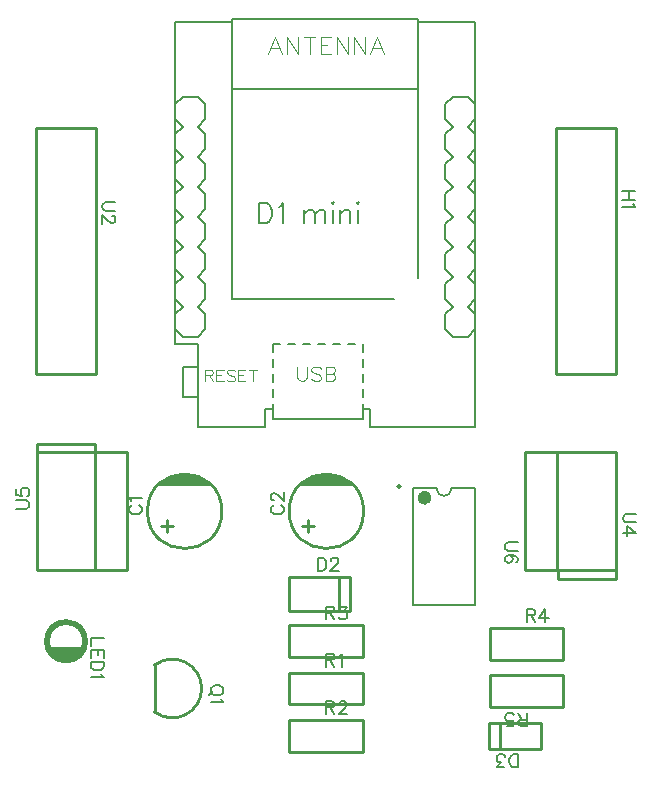
<source format=gto>
G04 Layer: TopSilkscreenLayer*
G04 EasyEDA v6.5.23, 2023-06-23 23:10:11*
G04 1e2d741d03b145c09d046448db4ed045,57889503967a4714bf52c07adae62c9a,10*
G04 Gerber Generator version 0.2*
G04 Scale: 100 percent, Rotated: No, Reflected: No *
G04 Dimensions in millimeters *
G04 leading zeros omitted , absolute positions ,4 integer and 5 decimal *
%FSLAX45Y45*%
%MOMM*%

%ADD10C,0.1219*%
%ADD11C,0.1422*%
%ADD12C,0.0813*%
%ADD13C,0.1016*%
%ADD14C,0.1524*%
%ADD15C,0.1270*%
%ADD16C,0.2540*%
%ADD17C,0.2000*%
%ADD18C,0.2500*%
%ADD19C,0.6000*%
%ADD20C,0.0120*%

%LPD*%
D10*
X2969199Y8218170D02*
G01*
X2913827Y8072881D01*
X2969199Y8218170D02*
G01*
X3024571Y8072881D01*
X2934655Y8121395D02*
G01*
X3003997Y8121395D01*
X3070291Y8218170D02*
G01*
X3070291Y8072881D01*
X3070291Y8218170D02*
G01*
X3167319Y8072881D01*
X3167319Y8218170D02*
G01*
X3167319Y8072881D01*
X3261553Y8218170D02*
G01*
X3261553Y8072881D01*
X3213039Y8218170D02*
G01*
X3310067Y8218170D01*
X3355787Y8218170D02*
G01*
X3355787Y8072881D01*
X3355787Y8218170D02*
G01*
X3445957Y8218170D01*
X3355787Y8149081D02*
G01*
X3411159Y8149081D01*
X3355787Y8072881D02*
G01*
X3445957Y8072881D01*
X3491677Y8218170D02*
G01*
X3491677Y8072881D01*
X3491677Y8218170D02*
G01*
X3588451Y8072881D01*
X3588451Y8218170D02*
G01*
X3588451Y8072881D01*
X3634171Y8218170D02*
G01*
X3634171Y8072881D01*
X3634171Y8218170D02*
G01*
X3731199Y8072881D01*
X3731199Y8218170D02*
G01*
X3731199Y8072881D01*
X3832291Y8218170D02*
G01*
X3776919Y8072881D01*
X3832291Y8218170D02*
G01*
X3887917Y8072881D01*
X3797747Y8121395D02*
G01*
X3867089Y8121395D01*
D11*
X2833817Y6808723D02*
G01*
X2833817Y6639052D01*
X2833817Y6808723D02*
G01*
X2890459Y6808723D01*
X2914589Y6800850D01*
X2930845Y6784594D01*
X2938973Y6768337D01*
X2946847Y6744208D01*
X2946847Y6703821D01*
X2938973Y6679437D01*
X2930845Y6663436D01*
X2914589Y6647179D01*
X2890459Y6639052D01*
X2833817Y6639052D01*
X3000187Y6776465D02*
G01*
X3016443Y6784594D01*
X3040827Y6808723D01*
X3040827Y6639052D01*
X3218627Y6752336D02*
G01*
X3218627Y6639052D01*
X3218627Y6719823D02*
G01*
X3242757Y6744208D01*
X3259013Y6752336D01*
X3283143Y6752336D01*
X3299399Y6744208D01*
X3307527Y6719823D01*
X3307527Y6639052D01*
X3307527Y6719823D02*
G01*
X3331657Y6744208D01*
X3347913Y6752336D01*
X3372043Y6752336D01*
X3388299Y6744208D01*
X3396427Y6719823D01*
X3396427Y6639052D01*
X3449767Y6808723D02*
G01*
X3457641Y6800850D01*
X3465769Y6808723D01*
X3457641Y6816852D01*
X3449767Y6808723D01*
X3457641Y6752336D02*
G01*
X3457641Y6639052D01*
X3519109Y6752336D02*
G01*
X3519109Y6639052D01*
X3519109Y6719823D02*
G01*
X3543493Y6744208D01*
X3559495Y6752336D01*
X3583879Y6752336D01*
X3599881Y6744208D01*
X3608009Y6719823D01*
X3608009Y6639052D01*
X3661349Y6808723D02*
G01*
X3669477Y6800850D01*
X3677605Y6808723D01*
X3669477Y6816852D01*
X3661349Y6808723D01*
X3669477Y6752336D02*
G01*
X3669477Y6639052D01*
D12*
X2377887Y5398515D02*
G01*
X2377887Y5301487D01*
X2377887Y5398515D02*
G01*
X2419543Y5398515D01*
X2433259Y5393689D01*
X2437831Y5389118D01*
X2442657Y5379973D01*
X2442657Y5370829D01*
X2437831Y5361431D01*
X2433259Y5356860D01*
X2419543Y5352287D01*
X2377887Y5352287D01*
X2410145Y5352287D02*
G01*
X2442657Y5301487D01*
X2473137Y5398515D02*
G01*
X2473137Y5301487D01*
X2473137Y5398515D02*
G01*
X2533081Y5398515D01*
X2473137Y5352287D02*
G01*
X2509967Y5352287D01*
X2473137Y5301487D02*
G01*
X2533081Y5301487D01*
X2628077Y5384545D02*
G01*
X2618933Y5393689D01*
X2605217Y5398515D01*
X2586675Y5398515D01*
X2572705Y5393689D01*
X2563561Y5384545D01*
X2563561Y5375402D01*
X2568133Y5366004D01*
X2572705Y5361431D01*
X2582103Y5356860D01*
X2609789Y5347715D01*
X2618933Y5342889D01*
X2623505Y5338318D01*
X2628077Y5329173D01*
X2628077Y5315204D01*
X2618933Y5306060D01*
X2605217Y5301487D01*
X2586675Y5301487D01*
X2572705Y5306060D01*
X2563561Y5315204D01*
X2658557Y5398515D02*
G01*
X2658557Y5301487D01*
X2658557Y5398515D02*
G01*
X2718755Y5398515D01*
X2658557Y5352287D02*
G01*
X2695641Y5352287D01*
X2658557Y5301487D02*
G01*
X2718755Y5301487D01*
X2781493Y5398515D02*
G01*
X2781493Y5301487D01*
X2749235Y5398515D02*
G01*
X2813751Y5398515D01*
D13*
X3158937Y5424170D02*
G01*
X3158937Y5337555D01*
X3164779Y5320029D01*
X3176209Y5308600D01*
X3193481Y5302757D01*
X3205165Y5302757D01*
X3222437Y5308600D01*
X3233867Y5320029D01*
X3239709Y5337555D01*
X3239709Y5424170D01*
X3358581Y5406644D02*
G01*
X3347151Y5418328D01*
X3329879Y5424170D01*
X3306765Y5424170D01*
X3289493Y5418328D01*
X3277809Y5406644D01*
X3277809Y5395213D01*
X3283651Y5383529D01*
X3289493Y5377942D01*
X3300923Y5372100D01*
X3335467Y5360670D01*
X3347151Y5354828D01*
X3352993Y5348986D01*
X3358581Y5337555D01*
X3358581Y5320029D01*
X3347151Y5308600D01*
X3329879Y5302757D01*
X3306765Y5302757D01*
X3289493Y5308600D01*
X3277809Y5320029D01*
X3396681Y5424170D02*
G01*
X3396681Y5302757D01*
X3396681Y5424170D02*
G01*
X3448751Y5424170D01*
X3466023Y5418328D01*
X3471865Y5412486D01*
X3477707Y5401055D01*
X3477707Y5389371D01*
X3471865Y5377942D01*
X3466023Y5372100D01*
X3448751Y5366257D01*
X3396681Y5366257D02*
G01*
X3448751Y5366257D01*
X3466023Y5360670D01*
X3471865Y5354828D01*
X3477707Y5343144D01*
X3477707Y5325871D01*
X3471865Y5314442D01*
X3466023Y5308600D01*
X3448751Y5302757D01*
X3396681Y5302757D01*
D14*
X1518259Y3125139D02*
G01*
X1409293Y3125139D01*
X1409293Y3125139D02*
G01*
X1409293Y3062909D01*
X1518259Y3028619D02*
G01*
X1409293Y3028619D01*
X1518259Y3028619D02*
G01*
X1518259Y2961055D01*
X1466443Y3028619D02*
G01*
X1466443Y2986963D01*
X1409293Y3028619D02*
G01*
X1409293Y2961055D01*
X1518259Y2926765D02*
G01*
X1409293Y2926765D01*
X1518259Y2926765D02*
G01*
X1518259Y2890189D01*
X1513179Y2874695D01*
X1502765Y2864281D01*
X1492351Y2859201D01*
X1476603Y2853867D01*
X1450695Y2853867D01*
X1435201Y2859201D01*
X1424787Y2864281D01*
X1414373Y2874695D01*
X1409293Y2890189D01*
X1409293Y2926765D01*
X1497431Y2819577D02*
G01*
X1502765Y2809163D01*
X1518259Y2793669D01*
X1409293Y2793669D01*
X2532811Y2694152D02*
G01*
X2527731Y2704566D01*
X2517317Y2714980D01*
X2506903Y2720314D01*
X2491155Y2725394D01*
X2465247Y2725394D01*
X2449753Y2720314D01*
X2439339Y2714980D01*
X2428925Y2704566D01*
X2423845Y2694152D01*
X2423845Y2673324D01*
X2428925Y2663164D01*
X2439339Y2652750D01*
X2449753Y2647416D01*
X2465247Y2642336D01*
X2491155Y2642336D01*
X2506903Y2647416D01*
X2517317Y2652750D01*
X2527731Y2663164D01*
X2532811Y2673324D01*
X2532811Y2694152D01*
X2444419Y2678658D02*
G01*
X2413431Y2647416D01*
X2511983Y2608046D02*
G01*
X2517317Y2597632D01*
X2532811Y2581884D01*
X2423845Y2581884D01*
X3399993Y2993110D02*
G01*
X3399993Y2884144D01*
X3399993Y2993110D02*
G01*
X3446729Y2993110D01*
X3462223Y2988030D01*
X3467557Y2982696D01*
X3472637Y2972282D01*
X3472637Y2961868D01*
X3467557Y2951454D01*
X3462223Y2946374D01*
X3446729Y2941294D01*
X3399993Y2941294D01*
X3436315Y2941294D02*
G01*
X3472637Y2884144D01*
X3506927Y2972282D02*
G01*
X3517341Y2977616D01*
X3533089Y2993110D01*
X3533089Y2884144D01*
X3399993Y2593111D02*
G01*
X3399993Y2484145D01*
X3399993Y2593111D02*
G01*
X3446729Y2593111D01*
X3462223Y2588031D01*
X3467557Y2582697D01*
X3472637Y2572283D01*
X3472637Y2561869D01*
X3467557Y2551455D01*
X3462223Y2546375D01*
X3446729Y2541295D01*
X3399993Y2541295D01*
X3436315Y2541295D02*
G01*
X3472637Y2484145D01*
X3512261Y2567203D02*
G01*
X3512261Y2572283D01*
X3517341Y2582697D01*
X3522675Y2588031D01*
X3533089Y2593111D01*
X3553663Y2593111D01*
X3564077Y2588031D01*
X3569411Y2582697D01*
X3574491Y2572283D01*
X3574491Y2561869D01*
X3569411Y2551455D01*
X3558997Y2535961D01*
X3506927Y2484145D01*
X3579825Y2484145D01*
X3399993Y3393109D02*
G01*
X3399993Y3284143D01*
X3399993Y3393109D02*
G01*
X3446729Y3393109D01*
X3462223Y3388029D01*
X3467557Y3382695D01*
X3472637Y3372281D01*
X3472637Y3361867D01*
X3467557Y3351453D01*
X3462223Y3346373D01*
X3446729Y3341293D01*
X3399993Y3341293D01*
X3436315Y3341293D02*
G01*
X3472637Y3284143D01*
X3517341Y3393109D02*
G01*
X3574491Y3393109D01*
X3543503Y3351453D01*
X3558997Y3351453D01*
X3569411Y3346373D01*
X3574491Y3341293D01*
X3579825Y3325545D01*
X3579825Y3315131D01*
X3574491Y3299637D01*
X3564077Y3289223D01*
X3548583Y3284143D01*
X3533089Y3284143D01*
X3517341Y3289223D01*
X3512261Y3294303D01*
X3506927Y3304717D01*
X5099989Y3370910D02*
G01*
X5099989Y3261944D01*
X5099989Y3370910D02*
G01*
X5146725Y3370910D01*
X5162219Y3365830D01*
X5167553Y3360496D01*
X5172633Y3350082D01*
X5172633Y3339668D01*
X5167553Y3329254D01*
X5162219Y3324174D01*
X5146725Y3319094D01*
X5099989Y3319094D01*
X5136311Y3319094D02*
G01*
X5172633Y3261944D01*
X5258993Y3370910D02*
G01*
X5206923Y3298266D01*
X5284901Y3298266D01*
X5258993Y3370910D02*
G01*
X5258993Y3261944D01*
X5099989Y2384679D02*
G01*
X5099989Y2493645D01*
X5099989Y2384679D02*
G01*
X5053253Y2384679D01*
X5037759Y2389759D01*
X5032425Y2395093D01*
X5027345Y2405506D01*
X5027345Y2415920D01*
X5032425Y2426335D01*
X5037759Y2431414D01*
X5053253Y2436495D01*
X5099989Y2436495D01*
X5063667Y2436495D02*
G01*
X5027345Y2493645D01*
X4930571Y2384679D02*
G01*
X4982641Y2384679D01*
X4987721Y2431414D01*
X4982641Y2426335D01*
X4966893Y2421001D01*
X4951399Y2421001D01*
X4935905Y2426335D01*
X4925491Y2436495D01*
X4920157Y2452243D01*
X4920157Y2462656D01*
X4925491Y2478151D01*
X4935905Y2488564D01*
X4951399Y2493645D01*
X4966893Y2493645D01*
X4982641Y2488564D01*
X4987721Y2483485D01*
X4993055Y2473070D01*
X6024209Y4178592D02*
G01*
X5946231Y4178592D01*
X5930737Y4173512D01*
X5920323Y4163098D01*
X5915243Y4147350D01*
X5915243Y4136936D01*
X5920323Y4121442D01*
X5930737Y4111028D01*
X5946231Y4105948D01*
X6024209Y4105948D01*
X6024209Y4019588D02*
G01*
X5951565Y4071658D01*
X5951565Y3993680D01*
X6024209Y4019588D02*
G01*
X5915243Y4019588D01*
X779881Y4221391D02*
G01*
X857859Y4221391D01*
X873353Y4226471D01*
X883767Y4236885D01*
X888847Y4252633D01*
X888847Y4263047D01*
X883767Y4278541D01*
X873353Y4288955D01*
X857859Y4294035D01*
X779881Y4294035D01*
X779881Y4390809D02*
G01*
X779881Y4338739D01*
X826617Y4333659D01*
X821537Y4338739D01*
X816203Y4354487D01*
X816203Y4369981D01*
X821537Y4385475D01*
X831697Y4395889D01*
X847445Y4401223D01*
X857859Y4401223D01*
X873353Y4395889D01*
X883767Y4385475D01*
X888847Y4369981D01*
X888847Y4354487D01*
X883767Y4338739D01*
X878687Y4333659D01*
X868273Y4328325D01*
X5023307Y3938092D02*
G01*
X4945329Y3938092D01*
X4929835Y3933012D01*
X4919421Y3922598D01*
X4914341Y3906850D01*
X4914341Y3896436D01*
X4919421Y3880942D01*
X4929835Y3870528D01*
X4945329Y3865448D01*
X5023307Y3865448D01*
X5007813Y3768674D02*
G01*
X5018227Y3774008D01*
X5023307Y3789502D01*
X5023307Y3799916D01*
X5018227Y3815410D01*
X5002479Y3825824D01*
X4976571Y3831158D01*
X4950663Y3831158D01*
X4929835Y3825824D01*
X4919421Y3815410D01*
X4914341Y3799916D01*
X4914341Y3794582D01*
X4919421Y3779088D01*
X4929835Y3768674D01*
X4945329Y3763594D01*
X4950663Y3763594D01*
X4966157Y3768674D01*
X4976571Y3779088D01*
X4981651Y3794582D01*
X4981651Y3799916D01*
X4976571Y3815410D01*
X4966157Y3825824D01*
X4950663Y3831158D01*
X6020181Y6910552D02*
G01*
X5910961Y6910552D01*
X6020181Y6837654D02*
G01*
X5910961Y6837654D01*
X5968111Y6910552D02*
G01*
X5968111Y6837654D01*
X5999352Y6803364D02*
G01*
X6004433Y6793204D01*
X6020181Y6777456D01*
X5910961Y6777456D01*
X1615338Y6814921D02*
G01*
X1537360Y6814921D01*
X1521866Y6809841D01*
X1511452Y6799427D01*
X1506118Y6783933D01*
X1506118Y6773519D01*
X1511452Y6757771D01*
X1521866Y6747611D01*
X1537360Y6742277D01*
X1615338Y6742277D01*
X1589430Y6702907D02*
G01*
X1594510Y6702907D01*
X1604924Y6697573D01*
X1610258Y6692493D01*
X1615338Y6682079D01*
X1615338Y6661251D01*
X1610258Y6650837D01*
X1604924Y6645757D01*
X1594510Y6640423D01*
X1584096Y6640423D01*
X1573682Y6645757D01*
X1558188Y6656171D01*
X1506118Y6707987D01*
X1506118Y6635343D01*
X1759092Y4252569D02*
G01*
X1748678Y4247235D01*
X1738264Y4236821D01*
X1733184Y4226661D01*
X1733184Y4205833D01*
X1738264Y4195419D01*
X1748678Y4185005D01*
X1759092Y4179671D01*
X1774840Y4174591D01*
X1800748Y4174591D01*
X1816242Y4179671D01*
X1826656Y4185005D01*
X1837070Y4195419D01*
X1842150Y4205833D01*
X1842150Y4226661D01*
X1837070Y4236821D01*
X1826656Y4247235D01*
X1816242Y4252569D01*
X1754012Y4286859D02*
G01*
X1748678Y4297273D01*
X1733184Y4312767D01*
X1842150Y4312767D01*
X2959089Y4252569D02*
G01*
X2948675Y4247235D01*
X2938261Y4236821D01*
X2933181Y4226661D01*
X2933181Y4205833D01*
X2938261Y4195419D01*
X2948675Y4185005D01*
X2959089Y4179671D01*
X2974837Y4174591D01*
X3000745Y4174591D01*
X3016239Y4179671D01*
X3026653Y4185005D01*
X3037067Y4195419D01*
X3042147Y4205833D01*
X3042147Y4226661D01*
X3037067Y4236821D01*
X3026653Y4247235D01*
X3016239Y4252569D01*
X2959089Y4291939D02*
G01*
X2954009Y4291939D01*
X2943595Y4297273D01*
X2938261Y4302353D01*
X2933181Y4312767D01*
X2933181Y4333595D01*
X2938261Y4344009D01*
X2943595Y4349089D01*
X2954009Y4354423D01*
X2964423Y4354423D01*
X2974837Y4349089D01*
X2990331Y4338675D01*
X3042147Y4286859D01*
X3042147Y4359503D01*
X5025390Y2032279D02*
G01*
X5025390Y2141245D01*
X5025390Y2032279D02*
G01*
X4989068Y2032279D01*
X4973320Y2037359D01*
X4963159Y2047773D01*
X4957825Y2058187D01*
X4952745Y2073935D01*
X4952745Y2099843D01*
X4957825Y2115337D01*
X4963159Y2125751D01*
X4973320Y2136165D01*
X4989068Y2141245D01*
X5025390Y2141245D01*
X4908041Y2032279D02*
G01*
X4850891Y2032279D01*
X4881879Y2073935D01*
X4866386Y2073935D01*
X4855972Y2079015D01*
X4850891Y2084095D01*
X4845558Y2099843D01*
X4845558Y2110257D01*
X4850891Y2125751D01*
X4861306Y2136165D01*
X4876800Y2141245D01*
X4892293Y2141245D01*
X4908041Y2136165D01*
X4913122Y2131085D01*
X4918456Y2120671D01*
X3329482Y3805809D02*
G01*
X3329482Y3696843D01*
X3329482Y3805809D02*
G01*
X3365804Y3805809D01*
X3381552Y3800729D01*
X3391712Y3790314D01*
X3397046Y3779901D01*
X3402126Y3764153D01*
X3402126Y3738245D01*
X3397046Y3722751D01*
X3391712Y3712337D01*
X3381552Y3701922D01*
X3365804Y3696843D01*
X3329482Y3696843D01*
X3441750Y3779901D02*
G01*
X3441750Y3784980D01*
X3446830Y3795395D01*
X3452164Y3800729D01*
X3462578Y3805809D01*
X3483152Y3805809D01*
X3493566Y3800729D01*
X3498900Y3795395D01*
X3503980Y3784980D01*
X3503980Y3774567D01*
X3498900Y3764153D01*
X3488486Y3748659D01*
X3436416Y3696843D01*
X3509314Y3696843D01*
G36*
X1039723Y3049727D02*
G01*
X1089710Y2959760D01*
X1189736Y2939745D01*
X1259738Y2949702D01*
X1349756Y3049727D01*
G37*
G36*
X2200148Y4517440D02*
G01*
X2184298Y4516831D01*
X2168499Y4515408D01*
X2152802Y4513173D01*
X2137257Y4510176D01*
X2121865Y4506315D01*
X2106726Y4501692D01*
X2091842Y4496308D01*
X2077212Y4490161D01*
X2062937Y4483252D01*
X2049068Y4475632D01*
X2035556Y4467301D01*
X2022500Y4458258D01*
X2009952Y4448606D01*
X1997913Y4438294D01*
X1986432Y4427372D01*
X1975510Y4415891D01*
X2432710Y4415891D01*
X2421788Y4427372D01*
X2410256Y4438294D01*
X2398217Y4448606D01*
X2385669Y4458258D01*
X2372664Y4467301D01*
X2359152Y4475632D01*
X2345283Y4483252D01*
X2331008Y4490161D01*
X2316378Y4496308D01*
X2301494Y4501692D01*
X2286304Y4506315D01*
X2270963Y4510176D01*
X2255367Y4513173D01*
X2239670Y4515408D01*
X2223922Y4516831D01*
X2208072Y4517440D01*
G37*
G36*
X3400145Y4517440D02*
G01*
X3384296Y4516831D01*
X3368497Y4515408D01*
X3352800Y4513173D01*
X3337255Y4510176D01*
X3321862Y4506315D01*
X3306724Y4501692D01*
X3291840Y4496308D01*
X3277209Y4490161D01*
X3262934Y4483252D01*
X3249066Y4475632D01*
X3235553Y4467301D01*
X3222498Y4458258D01*
X3209950Y4448606D01*
X3197910Y4438294D01*
X3186430Y4427372D01*
X3175508Y4415891D01*
X3632708Y4415891D01*
X3621786Y4427372D01*
X3610254Y4438294D01*
X3598214Y4448606D01*
X3585667Y4458258D01*
X3572662Y4467301D01*
X3559149Y4475632D01*
X3545281Y4483252D01*
X3531006Y4490161D01*
X3516376Y4496308D01*
X3501491Y4501692D01*
X3486302Y4506315D01*
X3470960Y4510176D01*
X3455365Y4513173D01*
X3439668Y4515408D01*
X3423920Y4516831D01*
X3408070Y4517440D01*
G37*
D15*
X2123887Y6883400D02*
G01*
X2187387Y6946900D01*
X2123887Y7010400D01*
X2123887Y7137400D01*
X2187387Y7200900D01*
X2123887Y7264400D01*
X2123887Y7391400D01*
X2187387Y7454900D01*
X2123887Y7518400D01*
X2123887Y7645400D01*
X2187387Y7708900D01*
X2314387Y7708900D01*
X2377887Y7645400D01*
X2377887Y7518400D01*
X2314387Y7454900D01*
X2377887Y7391400D01*
X2377887Y7264400D01*
X2314387Y7200900D01*
X2377887Y7137400D01*
X2377887Y7010400D01*
X2314387Y6946900D01*
X2377887Y6883400D01*
X2377887Y6756400D01*
X2314387Y6692900D01*
X2377887Y6629400D01*
X2377887Y6502400D01*
X2314387Y6438900D01*
X2377887Y6375400D01*
X2377887Y6248400D01*
X2314387Y6184900D01*
X2377887Y6121400D01*
X2377887Y5994400D01*
X2314387Y5930900D01*
X2377887Y5867400D01*
X2377887Y5740400D01*
X2314387Y5676900D01*
X2187387Y5676900D01*
X2123887Y5740400D01*
X2123887Y6756400D02*
G01*
X2187387Y6692900D01*
X2123887Y6629400D01*
X2123887Y6502400D02*
G01*
X2187387Y6438900D01*
X2123887Y6375400D01*
X2123887Y6248400D02*
G01*
X2187387Y6184900D01*
X2123887Y6121400D01*
X2123887Y5994400D02*
G01*
X2187387Y5930900D01*
X2123887Y5867400D01*
X2123887Y7645400D02*
G01*
X2123887Y8343900D01*
X2606487Y8343900D01*
X2606487Y7772400D01*
X4181287Y7772400D01*
X4181287Y6172200D01*
X4181287Y7772400D02*
G01*
X4181287Y8343900D01*
X4663887Y8343900D01*
X4663887Y7645400D01*
X4663887Y7518400D01*
X4663887Y7391400D01*
X4663887Y7264400D01*
X4663887Y7137400D01*
X4663887Y7010400D01*
X4663887Y4914900D01*
X3774887Y4914900D01*
X3774887Y5067300D01*
X3711387Y5067300D01*
X3711387Y5105400D01*
X2123887Y7137400D02*
G01*
X2123887Y7264400D01*
X2123887Y7391400D02*
G01*
X2123887Y7518400D01*
X4663887Y7010400D02*
G01*
X4600387Y6946900D01*
X4663887Y6883400D01*
X4663887Y6756400D02*
G01*
X4600387Y6692900D01*
X4663887Y6629400D01*
X4663887Y6502400D02*
G01*
X4600387Y6438900D01*
X4663887Y6375400D01*
X4663887Y6248400D02*
G01*
X4600387Y6184900D01*
X4663887Y6121400D01*
X4663887Y5994400D02*
G01*
X4600387Y5930900D01*
X4663887Y5867400D01*
X4663887Y5740400D02*
G01*
X4600387Y5676900D01*
X4473387Y5676900D01*
X4409887Y5740400D01*
X4409887Y5867400D01*
X4473387Y5930900D01*
X4409887Y5994400D01*
X4409887Y6121400D01*
X4473387Y6184900D01*
X4409887Y6248400D01*
X4409887Y6375400D01*
X4473387Y6438900D01*
X4409887Y6502400D01*
X4409887Y6629400D01*
X4473387Y6692900D01*
X4409887Y6756400D01*
X4409887Y6883400D01*
X4473387Y6946900D01*
X4409887Y7010400D01*
X4409887Y7137400D01*
X4473387Y7200900D01*
X4409887Y7264400D01*
X4409887Y7391400D01*
X4473387Y7454900D01*
X4409887Y7518400D01*
X4409887Y7645400D01*
X4473387Y7708900D01*
X4600387Y7708900D01*
X4663887Y7645400D01*
X4663887Y7518400D02*
G01*
X4600387Y7454900D01*
X4663887Y7391400D01*
X4663887Y7264400D02*
G01*
X4600387Y7200900D01*
X4663887Y7137400D01*
X2123887Y7010400D02*
G01*
X2123887Y5613400D01*
X2314387Y5613400D01*
X2314387Y5422900D01*
X2314387Y5168900D01*
X2314387Y4914900D01*
X2885887Y4914900D01*
X2885887Y5067300D01*
X2949387Y5067300D01*
X2949387Y5105400D01*
X2314387Y5422900D02*
G01*
X2187387Y5422900D01*
X2187387Y5168900D01*
X2314387Y5168900D01*
X2949387Y5067300D02*
G01*
X2949387Y4978400D01*
X3711387Y4978400D01*
X3711387Y5067300D01*
X3012887Y5613400D02*
G01*
X2949387Y5613400D01*
X2949387Y5549900D01*
X2949387Y5486400D02*
G01*
X2949387Y5422900D01*
X2949387Y5359400D02*
G01*
X2949387Y5295900D01*
X2949387Y5232400D02*
G01*
X2949387Y5168900D01*
X3076387Y5613400D02*
G01*
X3139887Y5613400D01*
X3203387Y5613400D02*
G01*
X3266887Y5613400D01*
X3330387Y5613400D02*
G01*
X3393887Y5613400D01*
X3457387Y5613400D02*
G01*
X3520887Y5613400D01*
X3584387Y5613400D02*
G01*
X3647887Y5613400D01*
X3711387Y5613400D02*
G01*
X3711387Y5549900D01*
X3711387Y5486400D02*
G01*
X3711387Y5422900D01*
X3711387Y5359400D02*
G01*
X3711387Y5295900D01*
X3711387Y5232400D02*
G01*
X3711387Y5168900D01*
X2606487Y8343900D02*
G01*
X2606487Y8369300D01*
X4181287Y8369300D01*
X4181287Y8343900D01*
X2606487Y7772400D02*
G01*
X2606487Y5994400D01*
X3978087Y5994400D01*
D16*
X1950008Y2502004D02*
G01*
X1950008Y2897985D01*
X3089993Y2834993D02*
G01*
X3709992Y2834995D01*
X3089993Y2564996D02*
G01*
X3709992Y2564993D01*
X3709992Y2564996D02*
G01*
X3709992Y2834995D01*
X3089993Y2564993D02*
G01*
X3089993Y2834993D01*
X3089993Y2434993D02*
G01*
X3709992Y2434996D01*
X3089993Y2164996D02*
G01*
X3709992Y2164994D01*
X3709992Y2164996D02*
G01*
X3709992Y2434996D01*
X3089993Y2164994D02*
G01*
X3089993Y2434993D01*
X3089993Y3234992D02*
G01*
X3709992Y3234994D01*
X3089993Y2964995D02*
G01*
X3709992Y2964992D01*
X3709992Y2964995D02*
G01*
X3709992Y3234994D01*
X3089993Y2964992D02*
G01*
X3089993Y3234992D01*
X4789990Y3212792D02*
G01*
X5409989Y3212795D01*
X4789990Y2942795D02*
G01*
X5409989Y2942793D01*
X5409989Y2942795D02*
G01*
X5409989Y3212795D01*
X4789990Y2942793D02*
G01*
X4789990Y3212792D01*
X5409989Y2542796D02*
G01*
X4789990Y2542794D01*
X5409989Y2812793D02*
G01*
X4789990Y2812795D01*
X4789990Y2812793D02*
G01*
X4789990Y2542794D01*
X5409989Y2812795D02*
G01*
X5409989Y2542796D01*
X5854092Y4699993D02*
G01*
X5854092Y3699992D01*
X5854092Y3699992D02*
G01*
X5084094Y3699992D01*
X5854092Y4699993D02*
G01*
X5084091Y4699993D01*
X5084094Y4699993D02*
G01*
X5084094Y3699992D01*
X5358503Y4699993D02*
G01*
X5358503Y3699992D01*
X5854092Y3699992D02*
G01*
X5854092Y3628491D01*
X5362793Y3628491D01*
X5362793Y3704691D01*
X949998Y3699990D02*
G01*
X949998Y4699990D01*
X949998Y4699990D02*
G01*
X1719996Y4699990D01*
X949998Y3699990D02*
G01*
X1719999Y3699990D01*
X1719996Y3699990D02*
G01*
X1719996Y4699990D01*
X1445587Y3699990D02*
G01*
X1445587Y4699990D01*
X949998Y4699990D02*
G01*
X949998Y4771491D01*
X1441297Y4771491D01*
X1441297Y4695291D01*
D17*
X4463991Y4393991D02*
G01*
X4463491Y4394022D01*
X4664913Y4394022D01*
X4664913Y3403930D01*
X4135069Y3403930D01*
X4135069Y4394022D01*
X4336491Y4394022D01*
X4335990Y4393991D01*
D16*
X5853938Y7441293D02*
G01*
X5853938Y5359288D01*
X5853938Y5359288D02*
G01*
X5345938Y5359288D01*
X5853938Y7441295D02*
G01*
X5345938Y7441295D01*
X5345938Y7441295D02*
G01*
X5345938Y5359288D01*
X945895Y7441437D02*
G01*
X1453895Y7441437D01*
X1453895Y5358637D01*
X945895Y5358637D01*
X945895Y7441437D01*
X2000900Y4072991D02*
G01*
X2102500Y4072991D01*
X2051700Y4022191D02*
G01*
X2051700Y4123791D01*
X3200897Y4072991D02*
G01*
X3302497Y4072991D01*
X3251697Y4022191D02*
G01*
X3251697Y4123791D01*
X4779992Y2409997D02*
G01*
X5219992Y2409997D01*
X4779992Y2189993D02*
G01*
X5219992Y2189993D01*
X4779992Y2409997D02*
G01*
X4779992Y2189993D01*
X5219992Y2409997D02*
G01*
X5219992Y2189993D01*
X4873929Y2409997D02*
G01*
X4873929Y2189993D01*
X3509050Y3359993D02*
G01*
X3509050Y3639992D01*
X3604976Y3359993D02*
G01*
X3604976Y3639992D01*
X3604976Y3639992D02*
G01*
X3084977Y3639992D01*
X3084977Y3359993D02*
G01*
X3084977Y3639992D01*
X3604976Y3359993D02*
G01*
X3084977Y3359993D01*
G75*
G01*
X1949882Y2501875D02*
G03*
X1949882Y2898115I149840J198120D01*
D17*
G75*
G01*
X4335991Y4393992D02*
G03*
X4462991Y4393992I63500J0D01*
D18*
G75*
G01*
X4018991Y4423486D02*
G03*
X4019245Y4423486I127J-12498D01*
D19*
G75*
G01*
X4234891Y4345000D02*
G03*
X4235399Y4345000I254J-29999D01*
D16*
G75*
G01
X1349858Y3099740D02*
G03X1349858Y3099740I-150114J0D01*
G75*
G01
X1374750Y3099740D02*
G03X1374750Y3099740I-175006J0D01*
G75*
G01
X2519060Y4199992D02*
G03X2519060Y4199992I-314960J0D01*
G75*
G01
X3719058Y4199992D02*
G03X3719058Y4199992I-314960J0D01*
M02*

</source>
